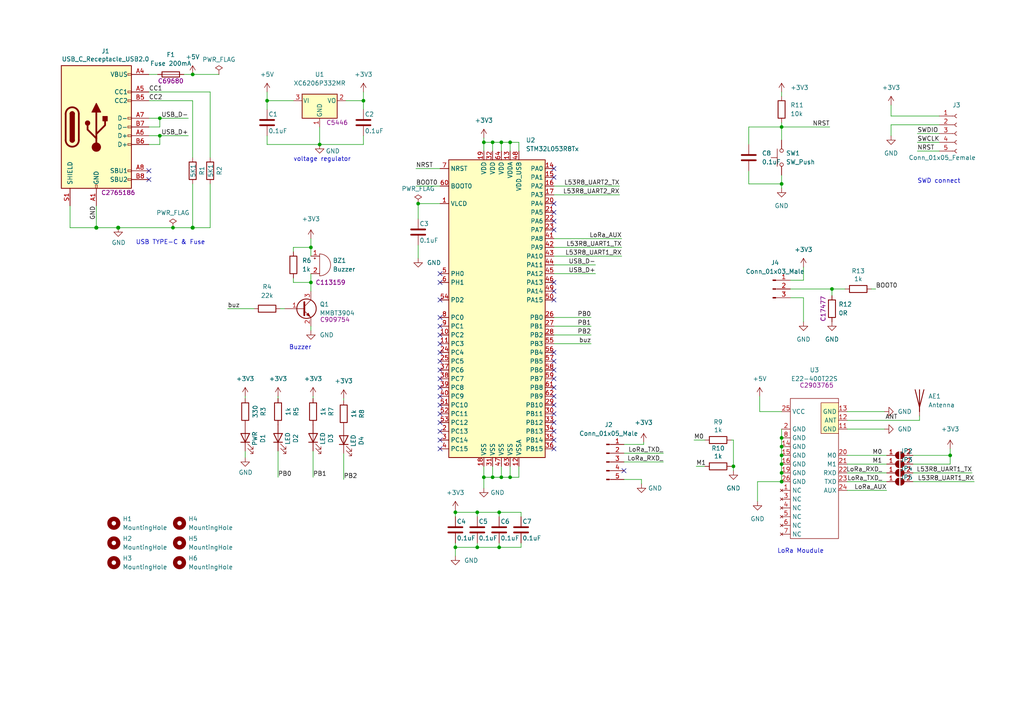
<source format=kicad_sch>
(kicad_sch (version 20211123) (generator eeschema)
  (paper "A4")
  (lib_symbols
    (symbol "Connector:Conn_01x03_Male" (pin_names (offset 1.016) hide)
      (property "Reference" "J" (at 0 5.08 0))
      (property "Value" "Conn_01x03_Male" (at 0 -5.08 0))
      (symbol "Conn_01x03_Male_1_1"
        (pin passive line (at 5.08 2.54 180) (length 3.81) (name "Pin_1") (number "1"))
        (pin passive line (at 5.08 0 180) (length 3.81) (name "Pin_2") (number "2"))
        (pin passive line (at 5.08 -2.54 180) (length 3.81) (name "Pin_3") (number "3"))
      )
    )
    (symbol "Connector:Conn_01x05_Female" (pin_names (offset 1.016) hide)
      (property "Reference" "J" (at 0 7.62 0))
      (property "Value" "Conn_01x05_Female" (at 0 -7.62 0))
      (symbol "Conn_01x05_Female_1_1"
        (pin passive line (at -5.08 5.08 0) (length 3.81) (name "Pin_1") (number "1"))
        (pin passive line (at -5.08 2.54 0) (length 3.81) (name "Pin_2") (number "2"))
        (pin passive line (at -5.08 0 0) (length 3.81) (name "Pin_3") (number "3"))
        (pin passive line (at -5.08 -2.54 0) (length 3.81) (name "Pin_4") (number "4"))
        (pin passive line (at -5.08 -5.08 0) (length 3.81) (name "Pin_5") (number "5"))
      )
    )
    (symbol "Connector:Conn_01x05_Male" (pin_names (offset 1.016) hide)
      (property "Reference" "J" (at 0 7.62 0))
      (property "Value" "Conn_01x05_Male" (at 0 -7.62 0))
      (symbol "Conn_01x05_Male_1_1"
        (pin passive line (at 5.08 5.08 180) (length 3.81) (name "Pin_1") (number "1"))
        (pin passive line (at 5.08 2.54 180) (length 3.81) (name "Pin_2") (number "2"))
        (pin passive line (at 5.08 0 180) (length 3.81) (name "Pin_3") (number "3"))
        (pin passive line (at 5.08 -2.54 180) (length 3.81) (name "Pin_4") (number "4"))
        (pin passive line (at 5.08 -5.08 180) (length 3.81) (name "Pin_5") (number "5"))
      )
    )
    (symbol "Connector:USB_C_Receptacle_USB2.0" (pin_names (offset 1.016))
      (property "Reference" "J" (at -10.16 19.05 0))
      (property "Value" "USB_C_Receptacle_USB2.0" (at 19.05 19.05 0))
      (symbol "USB_C_Receptacle_USB2.0_1_1"
        (pin passive line (at 0 -22.86 90) (length 5.08) (name "GND") (number "A1"))
        (pin passive line (at 0 -22.86 90) (length 5.08) hide (name "GND") (number "A12"))
        (pin passive line (at 15.24 15.24 180) (length 5.08) (name "VBUS") (number "A4"))
        (pin bidirectional line (at 15.24 10.16 180) (length 5.08) (name "CC1") (number "A5"))
        (pin bidirectional line (at 15.24 -2.54 180) (length 5.08) (name "D+") (number "A6"))
        (pin bidirectional line (at 15.24 2.54 180) (length 5.08) (name "D-") (number "A7"))
        (pin bidirectional line (at 15.24 -12.7 180) (length 5.08) (name "SBU1") (number "A8"))
        (pin passive line (at 15.24 15.24 180) (length 5.08) hide (name "VBUS") (number "A9"))
        (pin passive line (at 0 -22.86 90) (length 5.08) hide (name "GND") (number "B1"))
        (pin passive line (at 0 -22.86 90) (length 5.08) hide (name "GND") (number "B12"))
        (pin passive line (at 15.24 15.24 180) (length 5.08) hide (name "VBUS") (number "B4"))
        (pin bidirectional line (at 15.24 7.62 180) (length 5.08) (name "CC2") (number "B5"))
        (pin bidirectional line (at 15.24 -5.08 180) (length 5.08) (name "D+") (number "B6"))
        (pin bidirectional line (at 15.24 0 180) (length 5.08) (name "D-") (number "B7"))
        (pin bidirectional line (at 15.24 -15.24 180) (length 5.08) (name "SBU2") (number "B8"))
        (pin passive line (at 15.24 15.24 180) (length 5.08) hide (name "VBUS") (number "B9"))
        (pin passive line (at -7.62 -22.86 90) (length 5.08) (name "SHIELD") (number "S1"))
      )
    )
    (symbol "Device:Antenna" (pin_numbers hide) (pin_names (offset 1.016) hide)
      (property "Reference" "AE" (at -1.905 1.905 0))
      (property "Value" "Antenna" (at -1.905 0 0))
      (symbol "Antenna_1_1"
        (pin input line (at 0 -5.08 90) (length 2.54) (name "A") (number "1"))
      )
    )
    (symbol "Device:Buzzer" (pin_names (offset 0.0254) hide)
      (property "Reference" "BZ" (at 3.81 1.27 0))
      (property "Value" "Buzzer" (at 3.81 -1.27 0))
      (symbol "Buzzer_1_1"
        (pin passive line (at -2.54 2.54 0) (length 2.54) (name "-") (number "1"))
        (pin passive line (at -2.54 -2.54 0) (length 2.54) (name "+") (number "2"))
      )
    )
    (symbol "Device:C" (pin_numbers hide) (pin_names (offset 0.254))
      (property "Reference" "C" (at 0.635 2.54 0))
      (property "Value" "C" (at 0.635 -2.54 0))
      (symbol "C_1_1"
        (pin passive line (at 0 3.81 270) (length 2.794) (name "~") (number "1"))
        (pin passive line (at 0 -3.81 90) (length 2.794) (name "~") (number "2"))
      )
    )
    (symbol "Device:Fuse" (pin_numbers hide) (pin_names (offset 0))
      (property "Reference" "F" (at 2.032 0 90))
      (property "Value" "Fuse" (at -1.905 0 90))
      (symbol "Fuse_1_1"
        (pin passive line (at 0 3.81 270) (length 1.27) (name "~") (number "1"))
        (pin passive line (at 0 -3.81 90) (length 1.27) (name "~") (number "2"))
      )
    )
    (symbol "Device:LED" (pin_numbers hide) (pin_names (offset 1.016) hide)
      (property "Reference" "D" (at 0 2.54 0))
      (property "Value" "LED" (at 0 -2.54 0))
      (symbol "LED_1_1"
        (pin passive line (at -3.81 0 0) (length 2.54) (name "K") (number "1"))
        (pin passive line (at 3.81 0 180) (length 2.54) (name "A") (number "2"))
      )
    )
    (symbol "Device:R" (pin_numbers hide) (pin_names (offset 0))
      (property "Reference" "R" (at 2.032 0 90))
      (property "Value" "R" (at 0 0 90))
      (symbol "R_1_1"
        (pin passive line (at 0 3.81 270) (length 1.27) (name "~") (number "1"))
        (pin passive line (at 0 -3.81 90) (length 1.27) (name "~") (number "2"))
      )
    )
    (symbol "Jumper:SolderJumper_2_Open" (pin_names (offset 0) hide)
      (property "Reference" "JP" (at 0 2.032 0))
      (property "Value" "SolderJumper_2_Open" (at 0 -2.54 0))
      (symbol "SolderJumper_2_Open_1_1"
        (pin passive line (at -3.81 0 0) (length 2.54) (name "A") (number "1"))
        (pin passive line (at 3.81 0 180) (length 2.54) (name "B") (number "2"))
      )
    )
    (symbol "MCU_ST_STM32L0:STM32L053R8Tx"
      (property "Reference" "U" (at -15.24 44.45 0))
      (property "Value" "STM32L053R8Tx" (at 7.62 44.45 0))
      (symbol "STM32L053R8Tx_1_1"
        (pin power_in line (at -17.78 30.48 0) (length 2.54) (name "VLCD") (number "1"))
        (pin bidirectional line (at -17.78 -7.62 0) (length 2.54) (name "PC2") (number "10"))
        (pin bidirectional line (at -17.78 -10.16 0) (length 2.54) (name "PC3") (number "11"))
        (pin power_in line (at 5.08 -45.72 90) (length 2.54) (name "VSSA") (number "12"))
        (pin power_in line (at 2.54 45.72 270) (length 2.54) (name "VDDA") (number "13"))
        (pin bidirectional line (at 15.24 40.64 180) (length 2.54) (name "PA0") (number "14"))
        (pin bidirectional line (at 15.24 38.1 180) (length 2.54) (name "PA1") (number "15"))
        (pin bidirectional line (at 15.24 35.56 180) (length 2.54) (name "PA2") (number "16"))
        (pin bidirectional line (at 15.24 33.02 180) (length 2.54) (name "PA3") (number "17"))
        (pin power_in line (at -5.08 -45.72 90) (length 2.54) (name "VSS") (number "18"))
        (pin power_in line (at -5.08 45.72 270) (length 2.54) (name "VDD") (number "19"))
        (pin bidirectional line (at -17.78 -35.56 0) (length 2.54) (name "PC13") (number "2"))
        (pin bidirectional line (at 15.24 30.48 180) (length 2.54) (name "PA4") (number "20"))
        (pin bidirectional line (at 15.24 27.94 180) (length 2.54) (name "PA5") (number "21"))
        (pin bidirectional line (at 15.24 25.4 180) (length 2.54) (name "PA6") (number "22"))
        (pin bidirectional line (at 15.24 22.86 180) (length 2.54) (name "PA7") (number "23"))
        (pin bidirectional line (at -17.78 -12.7 0) (length 2.54) (name "PC4") (number "24"))
        (pin bidirectional line (at -17.78 -15.24 0) (length 2.54) (name "PC5") (number "25"))
        (pin bidirectional line (at 15.24 -2.54 180) (length 2.54) (name "PB0") (number "26"))
        (pin bidirectional line (at 15.24 -5.08 180) (length 2.54) (name "PB1") (number "27"))
        (pin bidirectional line (at 15.24 -7.62 180) (length 2.54) (name "PB2") (number "28"))
        (pin bidirectional line (at 15.24 -27.94 180) (length 2.54) (name "PB10") (number "29"))
        (pin bidirectional line (at -17.78 -38.1 0) (length 2.54) (name "PC14") (number "3"))
        (pin bidirectional line (at 15.24 -30.48 180) (length 2.54) (name "PB11") (number "30"))
        (pin power_in line (at -2.54 -45.72 90) (length 2.54) (name "VSS") (number "31"))
        (pin power_in line (at -2.54 45.72 270) (length 2.54) (name "VDD") (number "32"))
        (pin bidirectional line (at 15.24 -33.02 180) (length 2.54) (name "PB12") (number "33"))
        (pin bidirectional line (at 15.24 -35.56 180) (length 2.54) (name "PB13") (number "34"))
        (pin bidirectional line (at 15.24 -38.1 180) (length 2.54) (name "PB14") (number "35"))
        (pin bidirectional line (at 15.24 -40.64 180) (length 2.54) (name "PB15") (number "36"))
        (pin bidirectional line (at -17.78 -17.78 0) (length 2.54) (name "PC6") (number "37"))
        (pin bidirectional line (at -17.78 -20.32 0) (length 2.54) (name "PC7") (number "38"))
        (pin bidirectional line (at -17.78 -22.86 0) (length 2.54) (name "PC8") (number "39"))
        (pin bidirectional line (at -17.78 -40.64 0) (length 2.54) (name "PC15") (number "4"))
        (pin bidirectional line (at -17.78 -25.4 0) (length 2.54) (name "PC9") (number "40"))
        (pin bidirectional line (at 15.24 20.32 180) (length 2.54) (name "PA8") (number "41"))
        (pin bidirectional line (at 15.24 17.78 180) (length 2.54) (name "PA9") (number "42"))
        (pin bidirectional line (at 15.24 15.24 180) (length 2.54) (name "PA10") (number "43"))
        (pin bidirectional line (at 15.24 12.7 180) (length 2.54) (name "PA11") (number "44"))
        (pin bidirectional line (at 15.24 10.16 180) (length 2.54) (name "PA12") (number "45"))
        (pin bidirectional line (at 15.24 7.62 180) (length 2.54) (name "PA13") (number "46"))
        (pin power_in line (at 0 -45.72 90) (length 2.54) (name "VSS") (number "47"))
        (pin power_in line (at 5.08 45.72 270) (length 2.54) (name "VDD_USB") (number "48"))
        (pin bidirectional line (at 15.24 5.08 180) (length 2.54) (name "PA14") (number "49"))
        (pin input line (at -17.78 10.16 0) (length 2.54) (name "PH0") (number "5"))
        (pin bidirectional line (at 15.24 2.54 180) (length 2.54) (name "PA15") (number "50"))
        (pin bidirectional line (at -17.78 -27.94 0) (length 2.54) (name "PC10") (number "51"))
        (pin bidirectional line (at -17.78 -30.48 0) (length 2.54) (name "PC11") (number "52"))
        (pin bidirectional line (at -17.78 -33.02 0) (length 2.54) (name "PC12") (number "53"))
        (pin bidirectional line (at -17.78 2.54 0) (length 2.54) (name "PD2") (number "54"))
        (pin bidirectional line (at 15.24 -10.16 180) (length 2.54) (name "PB3") (number "55"))
        (pin bidirectional line (at 15.24 -12.7 180) (length 2.54) (name "PB4") (number "56"))
        (pin bidirectional line (at 15.24 -15.24 180) (length 2.54) (name "PB5") (number "57"))
        (pin bidirectional line (at 15.24 -17.78 180) (length 2.54) (name "PB6") (number "58"))
        (pin bidirectional line (at 15.24 -20.32 180) (length 2.54) (name "PB7") (number "59"))
        (pin input line (at -17.78 7.62 0) (length 2.54) (name "PH1") (number "6"))
        (pin input line (at -17.78 35.56 0) (length 2.54) (name "BOOT0") (number "60"))
        (pin bidirectional line (at 15.24 -22.86 180) (length 2.54) (name "PB8") (number "61"))
        (pin bidirectional line (at 15.24 -25.4 180) (length 2.54) (name "PB9") (number "62"))
        (pin power_in line (at 2.54 -45.72 90) (length 2.54) (name "VSS") (number "63"))
        (pin power_in line (at 0 45.72 270) (length 2.54) (name "VDD") (number "64"))
        (pin input line (at -17.78 40.64 0) (length 2.54) (name "NRST") (number "7"))
        (pin bidirectional line (at -17.78 -2.54 0) (length 2.54) (name "PC0") (number "8"))
        (pin bidirectional line (at -17.78 -5.08 0) (length 2.54) (name "PC1") (number "9"))
      )
    )
    (symbol "Mechanical:MountingHole" (pin_names (offset 1.016))
      (property "Reference" "H" (at 0 5.08 0))
      (property "Value" "MountingHole" (at 0 3.175 0))
    )
    (symbol "RF_Module:E220-400TxxS"
      (property "Reference" "U" (at -6.35 -30.48 0))
      (property "Value" "E220-400TxxS" (at 0 13.97 0))
      (property "Footprint" "RF_Module:E220-400TxxS" (at 1.27 20.32 0))
      (symbol "E220-400TxxS_0_0"
        (pin no_connect line (at -10.16 -13.97 0) (length 2.54) (name "NC") (number "1"))
        (pin power_in line (at 8.89 3.81 180) (length 2.54) (name "GND") (number "11"))
        (pin output line (at 8.89 6.35 180) (length 2.54) (name "ANT") (number "12"))
        (pin power_in line (at 8.89 8.89 180) (length 2.54) (name "GND") (number "13"))
        (pin power_in line (at -10.16 -1.27 0) (length 2.54) (name "GND") (number "14"))
        (pin power_in line (at -10.16 -3.81 0) (length 2.54) (name "GND") (number "15"))
        (pin power_in line (at -10.16 -6.35 0) (length 2.54) (name "GND") (number "16"))
        (pin power_in line (at -10.16 -8.89 0) (length 2.54) (name "GND") (number "19"))
        (pin power_in line (at -10.16 3.81 0) (length 2.54) (name "GND") (number "2"))
        (pin input line (at 8.89 -3.81 180) (length 2.54) (name "M0") (number "20"))
        (pin input line (at 8.89 -6.35 180) (length 2.54) (name "M1") (number "21"))
        (pin input line (at 8.89 -8.89 180) (length 2.54) (name "RXD") (number "22"))
        (pin output line (at 8.89 -11.43 180) (length 2.54) (name "TXD") (number "23"))
        (pin output line (at 8.89 -13.97 180) (length 2.54) (name "AUX") (number "24"))
        (pin power_in line (at -10.16 8.89 0) (length 2.54) (name "VCC") (number "25"))
        (pin power_in line (at -10.16 -11.43 0) (length 2.54) (name "GND") (number "26"))
        (pin no_connect line (at -10.16 -16.51 0) (length 2.54) (name "NC") (number "3"))
        (pin no_connect line (at -10.16 -19.05 0) (length 2.54) (name "NC") (number "4"))
        (pin no_connect line (at -10.16 -21.59 0) (length 2.54) (name "NC") (number "5"))
        (pin no_connect line (at -10.16 -24.13 0) (length 2.54) (name "NC") (number "6"))
        (pin no_connect line (at -10.16 -26.67 0) (length 2.54) (name "NC") (number "7"))
        (pin power_in line (at -10.16 1.27 0) (length 2.54) (name "GND") (number "8"))
      )
    )
    (symbol "Regulator_Linear:XC6206PxxxMR" (pin_names (offset 0.254))
      (property "Reference" "U" (at -3.81 3.175 0))
      (property "Value" "XC6206PxxxMR" (at 0 3.175 0))
      (symbol "XC6206PxxxMR_1_1"
        (pin power_in line (at 0 -7.62 90) (length 2.54) (name "GND") (number "1"))
        (pin power_out line (at 7.62 0 180) (length 2.54) (name "VO") (number "2"))
        (pin power_in line (at -7.62 0 0) (length 2.54) (name "VI") (number "3"))
      )
    )
    (symbol "Switch:SW_Push" (pin_numbers hide) (pin_names (offset 1.016) hide)
      (property "Reference" "SW" (at 1.27 2.54 0))
      (property "Value" "SW_Push" (at 0 -1.524 0))
      (symbol "SW_Push_0_1"
        (pin passive line (at -5.08 0 0) (length 2.54) (name "1") (number "1"))
        (pin passive line (at 5.08 0 180) (length 2.54) (name "2") (number "2"))
      )
    )
    (symbol "Transistor_BJT:MMBT3904" (pin_names (offset 0) hide)
      (property "Reference" "Q" (at 5.08 1.905 0))
      (property "Value" "MMBT3904" (at 5.08 0 0))
      (symbol "MMBT3904_1_1"
        (pin input line (at -5.08 0 0) (length 5.715) (name "B") (number "1"))
        (pin passive line (at 2.54 -5.08 90) (length 2.54) (name "E") (number "2"))
        (pin passive line (at 2.54 5.08 270) (length 2.54) (name "C") (number "3"))
      )
    )
    (symbol "power:+3.3V" (power) (pin_names (offset 0))
      (property "Value" "+3.3V" (at 0 3.556 0))
      (symbol "+3.3V_1_1"
        (pin power_in line (at 0 0 90) (length 0) hide (name "+3V3") (number "1"))
      )
    )
    (symbol "power:+3V3" (power) (pin_names (offset 0))
      (property "Value" "+3V3" (at 0 3.556 0))
      (symbol "+3V3_1_1"
        (pin power_in line (at 0 0 90) (length 0) hide (name "+3V3") (number "1"))
      )
    )
    (symbol "power:+5V" (power) (pin_names (offset 0))
      (property "Value" "+5V" (at 0 3.556 0))
      (symbol "+5V_1_1"
        (pin power_in line (at 0 0 90) (length 0) hide (name "+5V") (number "1"))
      )
    )
    (symbol "power:GND" (power) (pin_names (offset 0))
      (property "Value" "GND" (at 0 -3.81 0))
      (symbol "GND_1_1"
        (pin power_in line (at 0 0 270) (length 0) hide (name "GND") (number "1"))
      )
    )
    (symbol "power:PWR_FLAG" (power) (pin_numbers hide) (pin_names (offset 0) hide)
      (property "Value" "PWR_FLAG" (at 0 3.81 0))
      (symbol "PWR_FLAG_0_0"
        (pin power_out line (at 0 0 90) (length 0) (name "pwr") (number "1"))
      )
    )
  )
  (junction (at 226.695 129.54))
  (junction (at 27.94 66.04) (diameter 1.016))
  (junction (at 138.43 158.75))
  (junction (at 147.955 41.275))
  (junction (at 142.875 41.275))
  (junction (at 226.695 139.7))
  (junction (at 144.78 158.75))
  (junction (at 121.285 59.055))
  (junction (at 46.355 34.29))
  (junction (at 55.88 66.04) (diameter 1.016))
  (junction (at 226.695 36.83))
  (junction (at 226.695 127))
  (junction (at 92.71 41.91))
  (junction (at 144.78 148.59))
  (junction (at 90.17 81.915))
  (junction (at 132.08 148.59))
  (junction (at 132.08 158.75))
  (junction (at 77.47 29.21))
  (junction (at 50.165 66.04))
  (junction (at 138.43 148.59))
  (junction (at 145.415 41.275))
  (junction (at 55.88 21.59))
  (junction (at 46.355 39.37))
  (junction (at 212.725 135.255))
  (junction (at 145.415 138.43))
  (junction (at 140.335 41.275))
  (junction (at 275.59 132.08))
  (junction (at 34.29 66.04) (diameter 1.016))
  (junction (at 226.695 137.16))
  (junction (at 226.695 132.08))
  (junction (at 105.41 29.21))
  (junction (at 226.695 53.34))
  (junction (at 147.955 138.43))
  (junction (at 226.695 134.62))
  (junction (at 142.875 138.43))
  (junction (at 90.17 71.755))
  (junction (at 140.335 138.43))
  (junction (at 241.3 83.82))
  (no_connect (at 43.18 49.53))
  (no_connect (at 127.635 120.015))
  (no_connect (at 127.635 122.555))
  (no_connect (at 127.635 125.095))
  (no_connect (at 127.635 127.635))
  (no_connect (at 127.635 130.175))
  (no_connect (at 127.635 79.375))
  (no_connect (at 127.635 81.915))
  (no_connect (at 127.635 86.995))
  (no_connect (at 127.635 92.075))
  (no_connect (at 127.635 94.615))
  (no_connect (at 127.635 97.155))
  (no_connect (at 127.635 99.695))
  (no_connect (at 127.635 102.235))
  (no_connect (at 127.635 104.775))
  (no_connect (at 127.635 107.315))
  (no_connect (at 127.635 117.475))
  (no_connect (at 127.635 112.395))
  (no_connect (at 127.635 114.935))
  (no_connect (at 127.635 109.855))
  (no_connect (at 160.655 130.175))
  (no_connect (at 160.655 127.635))
  (no_connect (at 160.655 125.095))
  (no_connect (at 160.655 122.555))
  (no_connect (at 160.655 120.015))
  (no_connect (at 160.655 117.475))
  (no_connect (at 160.655 114.935))
  (no_connect (at 160.655 112.395))
  (no_connect (at 160.655 109.855))
  (no_connect (at 160.655 107.315))
  (no_connect (at 160.655 104.775))
  (no_connect (at 160.655 86.995))
  (no_connect (at 160.655 81.915))
  (no_connect (at 160.655 84.455))
  (no_connect (at 160.655 51.435))
  (no_connect (at 160.655 48.895))
  (no_connect (at 160.655 102.235))
  (no_connect (at 160.655 66.675))
  (no_connect (at 160.655 64.135))
  (no_connect (at 160.655 61.595))
  (no_connect (at 160.655 59.055))
  (no_connect (at 43.18 52.07))
  (no_connect (at 180.975 136.525))
  (wire (pts (xy 100.33 29.21) (xy 105.41 29.21)))
  (wire (pts (xy 245.745 137.16) (xy 257.175 137.16)))
  (wire (pts (xy 43.18 26.67) (xy 60.96 26.67)))
  (wire (pts (xy 264.795 134.62) (xy 275.59 134.62)))
  (wire (pts (xy 90.17 79.375) (xy 90.17 81.915)))
  (wire (pts (xy 233.045 86.36) (xy 233.045 93.345)))
  (wire (pts (xy 43.18 21.59) (xy 45.72 21.59)))
  (wire (pts (xy 275.59 134.62) (xy 275.59 132.08)))
  (wire (pts (xy 138.43 158.75) (xy 144.78 158.75)))
  (wire (pts (xy 142.875 41.275) (xy 145.415 41.275)))
  (wire (pts (xy 92.71 41.91) (xy 105.41 41.91)))
  (wire (pts (xy 46.355 39.37) (xy 54.61 39.37)))
  (wire (pts (xy 105.41 26.67) (xy 105.41 29.21)))
  (wire (pts (xy 142.875 138.43) (xy 145.415 138.43)))
  (wire (pts (xy 85.09 71.755) (xy 90.17 71.755)))
  (wire (pts (xy 160.655 79.375) (xy 172.72 79.375)))
  (wire (pts (xy 226.695 50.8) (xy 226.695 53.34)))
  (wire (pts (xy 77.47 29.21) (xy 77.47 31.75)))
  (wire (pts (xy 43.18 34.29) (xy 46.355 34.29)))
  (wire (pts (xy 219.71 139.7) (xy 226.695 139.7)))
  (wire (pts (xy 90.17 94.615) (xy 90.17 95.885)))
  (wire (pts (xy 186.69 128.27) (xy 186.69 128.905)))
  (wire (pts (xy 264.795 132.08) (xy 275.59 132.08)))
  (wire (pts (xy 145.415 135.255) (xy 145.415 138.43)))
  (wire (pts (xy 105.41 41.91) (xy 105.41 39.37)))
  (wire (pts (xy 142.875 41.275) (xy 142.875 43.815)))
  (wire (pts (xy 220.345 114.935) (xy 220.345 119.38)))
  (wire (pts (xy 53.34 21.59) (xy 55.88 21.59)))
  (wire (pts (xy 160.655 69.215) (xy 180.34 69.215)))
  (wire (pts (xy 138.43 157.48) (xy 138.43 158.75)))
  (wire (pts (xy 144.78 158.75) (xy 151.13 158.75)))
  (wire (pts (xy 55.88 21.59) (xy 63.5 21.59)))
  (wire (pts (xy 220.345 119.38) (xy 226.695 119.38)))
  (wire (pts (xy 132.08 147.955) (xy 132.08 148.59)))
  (wire (pts (xy 180.975 131.445) (xy 192.405 131.445)))
  (wire (pts (xy 132.08 157.48) (xy 132.08 158.75)))
  (wire (pts (xy 60.96 26.67) (xy 60.96 45.72)))
  (wire (pts (xy 266.7 120.65) (xy 266.7 121.92)))
  (wire (pts (xy 144.78 148.59) (xy 151.13 148.59)))
  (wire (pts (xy 145.415 41.275) (xy 147.955 41.275)))
  (wire (pts (xy 140.335 138.43) (xy 142.875 138.43)))
  (wire (pts (xy 46.355 41.91) (xy 43.18 41.91)))
  (wire (pts (xy 77.47 26.67) (xy 77.47 29.21)))
  (wire (pts (xy 43.18 39.37) (xy 46.355 39.37)))
  (wire (pts (xy 150.495 135.255) (xy 150.495 138.43)))
  (wire (pts (xy 46.355 39.37) (xy 46.355 41.91)))
  (wire (pts (xy 46.355 34.29) (xy 54.61 34.29)))
  (wire (pts (xy 245.745 134.62) (xy 257.175 134.62)))
  (wire (pts (xy 212.725 135.255) (xy 212.09 135.255)))
  (wire (pts (xy 212.725 127.635) (xy 212.09 127.635)))
  (wire (pts (xy 160.655 74.295) (xy 180.34 74.295)))
  (wire (pts (xy 229.235 83.82) (xy 241.3 83.82)))
  (wire (pts (xy 266.065 43.815) (xy 272.415 43.815)))
  (wire (pts (xy 245.745 132.08) (xy 257.175 132.08)))
  (wire (pts (xy 90.805 130.81) (xy 90.805 138.43)))
  (wire (pts (xy 226.695 127) (xy 226.695 129.54)))
  (wire (pts (xy 142.875 135.255) (xy 142.875 138.43)))
  (wire (pts (xy 226.695 132.08) (xy 226.695 134.62)))
  (wire (pts (xy 46.355 34.29) (xy 46.355 36.83)))
  (wire (pts (xy 120.65 48.895) (xy 127.635 48.895)))
  (wire (pts (xy 245.745 124.46) (xy 256.54 124.46)))
  (wire (pts (xy 127.635 59.055) (xy 121.285 59.055)))
  (wire (pts (xy 90.17 81.915) (xy 90.17 84.455)))
  (wire (pts (xy 140.335 40.005) (xy 140.335 41.275)))
  (wire (pts (xy 99.695 115.57) (xy 99.695 116.205)))
  (wire (pts (xy 275.59 130.175) (xy 275.59 132.08)))
  (wire (pts (xy 46.355 36.83) (xy 43.18 36.83)))
  (wire (pts (xy 160.655 94.615) (xy 171.45 94.615)))
  (wire (pts (xy 258.445 36.195) (xy 258.445 39.37)))
  (wire (pts (xy 226.695 124.46) (xy 226.695 127)))
  (wire (pts (xy 81.28 89.535) (xy 82.55 89.535)))
  (wire (pts (xy 226.695 36.83) (xy 240.665 36.83)))
  (wire (pts (xy 132.08 158.75) (xy 138.43 158.75)))
  (wire (pts (xy 245.745 121.92) (xy 266.7 121.92)))
  (wire (pts (xy 226.695 53.34) (xy 226.695 54.61)))
  (wire (pts (xy 71.12 114.935) (xy 71.12 115.57)))
  (wire (pts (xy 258.445 33.655) (xy 272.415 33.655)))
  (wire (pts (xy 140.335 138.43) (xy 140.335 141.605)))
  (wire (pts (xy 90.17 74.295) (xy 90.17 71.755)))
  (wire (pts (xy 145.415 138.43) (xy 147.955 138.43)))
  (wire (pts (xy 204.47 135.255) (xy 201.93 135.255)))
  (wire (pts (xy 226.695 129.54) (xy 226.695 132.08)))
  (wire (pts (xy 85.09 81.915) (xy 90.17 81.915)))
  (wire (pts (xy 180.975 128.905) (xy 186.69 128.905)))
  (wire (pts (xy 66.04 89.535) (xy 73.66 89.535)))
  (wire (pts (xy 121.285 59.055) (xy 121.285 63.5)))
  (wire (pts (xy 160.655 99.695) (xy 171.45 99.695)))
  (wire (pts (xy 241.3 83.82) (xy 241.3 85.725)))
  (wire (pts (xy 217.17 41.91) (xy 217.17 36.83)))
  (wire (pts (xy 140.335 41.275) (xy 140.335 43.815)))
  (wire (pts (xy 245.745 142.24) (xy 257.175 142.24)))
  (wire (pts (xy 147.955 41.275) (xy 150.495 41.275)))
  (wire (pts (xy 140.335 41.275) (xy 142.875 41.275)))
  (wire (pts (xy 90.17 69.215) (xy 90.17 71.755)))
  (wire (pts (xy 150.495 41.275) (xy 150.495 43.815)))
  (wire (pts (xy 20.32 59.69) (xy 20.32 66.04)))
  (wire (pts (xy 245.745 139.7) (xy 257.175 139.7)))
  (wire (pts (xy 229.235 81.28) (xy 233.045 81.28)))
  (wire (pts (xy 212.725 135.255) (xy 212.725 136.525)))
  (wire (pts (xy 85.09 29.21) (xy 77.47 29.21)))
  (wire (pts (xy 85.09 80.645) (xy 85.09 81.915)))
  (wire (pts (xy 226.695 137.16) (xy 226.695 139.7)))
  (wire (pts (xy 160.655 71.755) (xy 180.34 71.755)))
  (wire (pts (xy 27.94 66.04) (xy 20.32 66.04)))
  (wire (pts (xy 145.415 41.275) (xy 145.415 43.815)))
  (wire (pts (xy 217.17 49.53) (xy 217.17 53.34)))
  (wire (pts (xy 80.645 114.935) (xy 80.645 115.57)))
  (wire (pts (xy 55.88 66.04) (xy 60.96 66.04)))
  (wire (pts (xy 34.29 66.04) (xy 50.165 66.04)))
  (wire (pts (xy 186.055 139.065) (xy 186.055 140.335)))
  (wire (pts (xy 34.29 66.04) (xy 27.94 66.04)))
  (wire (pts (xy 233.045 81.28) (xy 233.045 77.47)))
  (wire (pts (xy 226.695 26.67) (xy 226.695 27.94)))
  (wire (pts (xy 138.43 148.59) (xy 138.43 149.86)))
  (wire (pts (xy 180.975 133.985) (xy 192.405 133.985)))
  (wire (pts (xy 160.655 97.155) (xy 171.45 97.155)))
  (wire (pts (xy 147.955 138.43) (xy 150.495 138.43)))
  (wire (pts (xy 219.71 139.7) (xy 219.71 145.415)))
  (wire (pts (xy 217.17 36.83) (xy 226.695 36.83)))
  (wire (pts (xy 229.235 86.36) (xy 233.045 86.36)))
  (wire (pts (xy 27.94 59.69) (xy 27.94 66.04)))
  (wire (pts (xy 77.47 39.37) (xy 77.47 41.91)))
  (wire (pts (xy 60.96 53.34) (xy 60.96 66.04)))
  (wire (pts (xy 132.08 148.59) (xy 132.08 149.86)))
  (wire (pts (xy 258.445 36.195) (xy 272.415 36.195)))
  (wire (pts (xy 90.805 114.935) (xy 90.805 115.57)))
  (wire (pts (xy 132.08 158.75) (xy 132.08 161.29)))
  (wire (pts (xy 151.13 148.59) (xy 151.13 149.86)))
  (wire (pts (xy 147.955 135.255) (xy 147.955 138.43)))
  (wire (pts (xy 151.13 157.48) (xy 151.13 158.75)))
  (wire (pts (xy 266.065 38.735) (xy 272.415 38.735)))
  (wire (pts (xy 252.73 83.82) (xy 254 83.82)))
  (wire (pts (xy 55.88 29.21) (xy 55.88 45.72)))
  (wire (pts (xy 160.655 92.075) (xy 171.45 92.075)))
  (wire (pts (xy 144.78 157.48) (xy 144.78 158.75)))
  (wire (pts (xy 180.975 139.065) (xy 186.055 139.065)))
  (wire (pts (xy 212.725 127.635) (xy 212.725 135.255)))
  (wire (pts (xy 264.795 139.7) (xy 282.575 139.7)))
  (wire (pts (xy 140.335 135.255) (xy 140.335 138.43)))
  (wire (pts (xy 99.695 131.445) (xy 99.695 139.065)))
  (wire (pts (xy 258.445 33.655) (xy 258.445 30.48)))
  (wire (pts (xy 226.695 36.83) (xy 226.695 40.64)))
  (wire (pts (xy 264.795 137.16) (xy 281.94 137.16)))
  (wire (pts (xy 160.655 56.515) (xy 179.705 56.515)))
  (wire (pts (xy 201.295 127.635) (xy 204.47 127.635)))
  (wire (pts (xy 266.065 41.275) (xy 272.415 41.275)))
  (wire (pts (xy 43.18 29.21) (xy 55.88 29.21)))
  (wire (pts (xy 144.78 148.59) (xy 144.78 149.86)))
  (wire (pts (xy 245.745 119.38) (xy 256.54 119.38)))
  (wire (pts (xy 160.655 76.835) (xy 172.72 76.835)))
  (wire (pts (xy 226.695 134.62) (xy 226.695 137.16)))
  (wire (pts (xy 85.09 71.755) (xy 85.09 73.025)))
  (wire (pts (xy 92.71 36.83) (xy 92.71 41.91)))
  (wire (pts (xy 105.41 29.21) (xy 105.41 31.75)))
  (wire (pts (xy 77.47 41.91) (xy 92.71 41.91)))
  (wire (pts (xy 121.285 71.12) (xy 121.285 74.93)))
  (wire (pts (xy 80.645 130.81) (xy 80.645 138.43)))
  (wire (pts (xy 50.165 66.04) (xy 55.88 66.04)))
  (wire (pts (xy 226.695 35.56) (xy 226.695 36.83)))
  (wire (pts (xy 217.17 53.34) (xy 226.695 53.34)))
  (wire (pts (xy 55.88 53.34) (xy 55.88 66.04)))
  (wire (pts (xy 147.955 41.275) (xy 147.955 43.815)))
  (wire (pts (xy 138.43 148.59) (xy 144.78 148.59)))
  (wire (pts (xy 71.12 130.81) (xy 71.12 132.715)))
  (wire (pts (xy 132.08 148.59) (xy 138.43 148.59)))
  (wire (pts (xy 160.655 53.975) (xy 179.705 53.975)))
  (wire (pts (xy 241.3 83.82) (xy 245.11 83.82)))
  (wire (pts (xy 127.635 53.975) (xy 120.65 53.975)))
  (text "LoRa Moudule" (at 225.425 160.655 0) (effects (font (size 1.27 1.27)) (justify left bottom)))
  (text "USB TYPE-C & Fuse" (at 39.37 71.12 0) (effects (font (size 1.27 1.27)) (justify left bottom)))
  (text "voltage regulator " (at 85.09 46.99 0) (effects (font (size 1.27 1.27)) (justify left bottom)))
  (text "Buzzer" (at 83.82 101.6 0) (effects (font (size 1.27 1.27)) (justify left bottom)))
  (text "SWD connect" (at 266.065 53.34 0) (effects (font (size 1.27 1.27)) (justify left bottom)))
  (label "LoRa_AUX" (at 257.175 142.24 180))
  (label "NRST" (at 120.65 48.895 0))
  (label "LoRa_AUX" (at 180.34 69.215 180))
  (label "CC2" (at 43.18 29.21 0))
  (label "LoRa_TXD_" (at 255.905 139.7 180))
  (label "NRST" (at 240.665 36.83 180))
  (label "L53R8_UART1_TX" (at 281.94 137.16 180))
  (label "PB1" (at 90.805 138.43 0))
  (label "CC1" (at 43.18 26.67 0))
  (label "M0" (at 201.295 127.635 0))
  (label "buz" (at 66.04 89.535 0))
  (label "M1" (at 201.93 135.255 0))
  (label "LoRa_TXD_" (at 192.405 131.445 180))
  (label "USB_D-" (at 54.61 34.29 180))
  (label "L53R8_UART1_RX" (at 180.34 74.295 180))
  (label "LoRa_RXD_" (at 255.905 137.16 180))
  (label "PB0" (at 80.645 138.43 0))
  (label "L53R8_UART2_TX" (at 179.705 53.975 180))
  (label "ANT" (at 260.35 121.92 180))
  (label "PB2" (at 99.695 139.065 0))
  (label "USB_D+" (at 172.72 79.375 180))
  (label "L53R8_UART1_TX" (at 180.34 71.755 180))
  (label "USB_D+" (at 54.61 39.37 180))
  (label "L53R8_UART1_RX" (at 282.575 139.7 180))
  (label "BOOT0" (at 120.65 53.975 0))
  (label "BOOT0" (at 254 83.82 0))
  (label "PB2" (at 171.45 97.155 180))
  (label "GND" (at 27.94 59.69 270))
  (label "PB0" (at 171.45 92.075 180))
  (label "L53R8_UART2_RX" (at 179.705 56.515 180))
  (label "LoRa_RXD_" (at 192.405 133.985 180))
  (label "M0" (at 255.905 132.08 180))
  (label "buz" (at 171.45 99.695 180))
  (label "M1" (at 255.905 134.62 180))
  (label "USB_D-" (at 172.72 76.835 180))
  (label "SWCLK" (at 266.065 41.275 0))
  (label "SWDIO" (at 266.065 38.735 0))
  (label "NRST" (at 266.065 43.815 0))
  (label "PB1" (at 171.45 94.615 180))
  (symbol (lib_id "Device:R") (at 85.09 76.835 180) (unit 1)
    (property "Reference" "R6" (at 87.63 75.5649 0) (effects (justify right)))
    (property "Value" "1k" (at 87.63 78.1049 0) (effects (justify right)))
    (property "Footprint" "Resistor_SMD:R_0805_2012Metric" (effects hide))
  )
  (symbol (lib_id "Device:R") (at 241.3 89.535 0) (unit 1)
    (property "Reference" "R12" (at 243.205 88.2649 0) (effects (justify left)))
    (property "Value" "0R" (at 243.205 90.8049 0) (effects (justify left)))
    (property "Footprint" "Resistor_SMD:R_0805_2012Metric" (effects hide))
    (property "LCSC" "C17477" (at 238.76 89.535 90))
  )
  (symbol (lib_id "power:GND") (at 212.725 136.525 0) (unit 1)
    (property "Reference" "#PWR021" (effects hide))
    (property "Value" "GND" (at 212.725 141.605 0))
  )
  (symbol (lib_id "power:PWR_FLAG") (at 50.165 66.04 0) (unit 1)
    (property "Reference" "#FLG0101" (effects hide))
    (property "Value" "PWR_FLAG" (at 50.165 61.7156 0))
  )
  (symbol (lib_id "power:GND") (at 121.285 74.93 0) (unit 1)
    (property "Reference" "#PWR013" (effects hide))
    (property "Value" "GND" (at 123.825 76.1999 0) (effects (justify left)))
  )
  (symbol (lib_id "Device:R") (at 90.805 119.38 180) (unit 1)
    (property "Reference" "R7" (at 96.0312 119.38 90))
    (property "Value" "1k" (at 93.732 119.38 90))
    (property "Footprint" "Resistor_SMD:R_0805_2012Metric" (effects hide))
  )
  (symbol (lib_id "Device:LED") (at 90.805 127 90) (unit 1)
    (property "Reference" "D3" (at 95.9042 127.1905 0))
    (property "Value" "LED" (at 93.606 127.19 0))
    (property "Footprint" "LED_SMD:LED_0805_2012Metric" (effects hide))
  )
  (symbol (lib_id "RF_Module:E220-400TxxS") (at 236.855 128.27 0) (unit 1) (in_bom no)
    (property "Reference" "U3" (at 236.22 107.315 0))
    (property "Value" "E22-400T22S" (at 236.22 109.855 0))
    (property "Footprint" "RF_Module:E220-400TxxS" (effects hide))
    (property "Datasheet" "https://www.ebyte.com/downpdf.aspx?id=1084" (effects hide))
    (property "LCSC" "C2903765" (at 236.855 111.76 0))
  )
  (symbol (lib_id "power:GND") (at 71.12 132.715 0) (unit 1)
    (property "Reference" "#PWR04" (effects hide))
    (property "Value" "GND" (at 71.2343 137.0394 0))
  )
  (symbol (lib_id "Device:LED") (at 99.695 127.635 90) (unit 1)
    (property "Reference" "D4" (at 104.7942 127.8255 0))
    (property "Value" "LED" (at 102.496 127.825 0))
    (property "Footprint" "LED_SMD:LED_0805_2012Metric" (effects hide))
  )
  (symbol (lib_id "Device:C") (at 217.17 45.72 0) (unit 1)
    (property "Reference" "C8" (at 220.98 44.4499 0) (effects (justify left)))
    (property "Value" "0.1uF" (at 220.98 46.9899 0) (effects (justify left)))
    (property "Footprint" "Capacitor_SMD:C_0805_2012Metric" (effects hide))
  )
  (symbol (lib_id "power:GND") (at 90.17 95.885 0) (unit 1)
    (property "Reference" "#PWR08" (effects hide))
    (property "Value" "GND" (at 92.71 97.1549 0) (effects (justify left)))
  )
  (symbol (lib_id "Connector:USB_C_Receptacle_USB2.0") (at 27.94 36.83 0) (unit 1)
    (property "Reference" "J1" (at 30.607 14.8398 0))
    (property "Value" "USB_C_Receptacle_USB2.0" (at 30.607 17.1385 0))
    (property "Footprint" "Connector_USB:USB_C_Receptacle_HRO_TYPE-C-31-M-12" (effects hide))
    (property "Datasheet" "https://www.usb.org/sites/default/files/documents/usb_type-c.zip" (effects hide))
    (property "LCSC" "C2765186" (at 34.29 55.88 0))
  )
  (symbol (lib_id "Device:C") (at 132.08 153.67 0) (unit 1)
    (property "Reference" "C4" (at 132.461 151.251 0) (effects (justify left)))
    (property "Value" "0.1uF" (at 132.461 156.089 0) (effects (justify left)))
    (property "Footprint" "Capacitor_SMD:C_0805_2012Metric" (effects hide))
    (property "LCSC" "C49678" (effects hide))
  )
  (symbol (lib_id "Jumper:SolderJumper_2_Open") (at 260.985 137.16 0) (unit 1) (in_bom no)
    (property "Reference" "JP4" (at 262.89 135.89 0))
    (property "Value" "SolderJumper_2_Open" (effects hide))
    (property "Footprint" "Jumper:SolderJumper-2_P1.3mm_Open_RoundedPad1.0x1.5mm" (effects hide))
  )
  (symbol (lib_id "Regulator_Linear:XC6206PxxxMR") (at 92.71 29.21 0) (unit 1)
    (property "Reference" "U1" (at 92.71 21.59 0))
    (property "Value" "XC6206P332MR" (at 92.71 24.13 0))
    (property "Footprint" "Package_TO_SOT_SMD:SOT-23" (effects hide))
    (property "Datasheet" "https://www.torexsemi.com/file/xc6206/XC6206.pdf" (effects hide))
    (property "LCSC" "C5446" (at 97.79 35.56 0))
  )
  (symbol (lib_id "Device:R") (at 77.47 89.535 270) (unit 1)
    (property "Reference" "R4" (at 77.47 83.185 90))
    (property "Value" "22k" (at 77.47 85.725 90))
    (property "Footprint" "Resistor_SMD:R_0805_2012Metric" (effects hide))
  )
  (symbol (lib_id "power:+3V3") (at 275.59 130.175 0) (unit 1)
    (property "Reference" "#PWR031" (effects hide))
    (property "Value" "+3V3" (at 275.59 124.46 0))
  )
  (symbol (lib_id "Device:Antenna") (at 266.7 115.57 0) (unit 1) (in_bom no)
    (property "Reference" "AE1" (at 269.24 114.9349 0) (effects (justify left)))
    (property "Value" "Antenna" (at 269.24 117.4749 0) (effects (justify left)))
    (property "Footprint" "RF_Antenna:433MHz_V" (effects hide))
  )
  (symbol (lib_id "power:GND") (at 258.445 39.37 0) (unit 1)
    (property "Reference" "#PWR030" (effects hide))
    (property "Value" "GND" (at 258.445 44.45 0))
  )
  (symbol (lib_id "Connector:Conn_01x05_Male") (at 175.895 133.985 0) (unit 1) (in_bom no)
    (property "Reference" "J2" (at 176.53 123.19 0))
    (property "Value" "Conn_01x05_Male" (at 176.53 125.73 0))
    (property "Footprint" "Connector_PinHeader_2.54mm:PinHeader_1x05_P2.54mm_Vertical" (effects hide))
  )
  (symbol (lib_id "power:+3V3") (at 186.69 128.27 0) (unit 1)
    (property "Reference" "#PWR019" (effects hide))
    (property "Value" "+3V3" (at 186.69 122.555 0))
  )
  (symbol (lib_id "Mechanical:MountingHole") (at 33.02 151.765 0) (unit 1) (in_bom no) (on_board no)
    (property "Reference" "H1" (at 35.56 150.4949 0) (effects (justify left)))
    (property "Value" "MountingHole" (at 35.56 153.0349 0) (effects (justify left)))
    (property "Footprint" "MountingHole:MountingHole_2.5mm" (effects hide))
  )
  (symbol (lib_id "power:GND") (at 186.055 140.335 0) (unit 1)
    (property "Reference" "#PWR018" (effects hide))
    (property "Value" "GND" (at 187.96 141.6049 0) (effects (justify left)))
  )
  (symbol (lib_id "power:+3V3") (at 90.805 114.935 0) (unit 1)
    (property "Reference" "#PWR09" (effects hide))
    (property "Value" "+3V3" (at 90.805 109.855 0))
  )
  (symbol (lib_id "power:GND") (at 34.29 66.04 0) (unit 1)
    (property "Reference" "#PWR01" (effects hide))
    (property "Value" "GND" (at 34.4043 70.3644 0))
  )
  (symbol (lib_id "power:GND") (at 233.045 93.345 0) (unit 1)
    (property "Reference" "#PWR026" (effects hide))
    (property "Value" "GND" (at 233.045 98.425 0))
  )
  (symbol (lib_id "power:+3V3") (at 132.08 147.955 0) (unit 1)
    (property "Reference" "#PWR014" (effects hide))
    (property "Value" "+3V3" (at 132.08 142.875 0))
  )
  (symbol (lib_id "Device:R") (at 60.96 49.53 180) (unit 1)
    (property "Reference" "R2" (at 63.6462 49.53 90))
    (property "Value" "5K1" (at 61.093 49.53 90))
    (property "Footprint" "Resistor_SMD:R_0805_2012Metric" (effects hide))
  )
  (symbol (lib_id "Mechanical:MountingHole") (at 52.07 151.765 0) (unit 1) (in_bom no) (on_board no)
    (property "Reference" "H4" (at 54.61 150.4949 0) (effects (justify left)))
    (property "Value" "MountingHole" (at 54.61 153.0349 0) (effects (justify left)))
    (property "Footprint" "MountingHole:MountingHole_2.5mm" (effects hide))
  )
  (symbol (lib_id "power:+3V3") (at 105.41 26.67 0) (unit 1)
    (property "Reference" "#PWR012" (effects hide))
    (property "Value" "+3V3" (at 105.41 21.59 0))
  )
  (symbol (lib_id "Device:R") (at 208.28 135.255 270) (unit 1)
    (property "Reference" "R10" (at 208.28 130.0288 90))
    (property "Value" "1k" (at 208.28 132.328 90))
    (property "Footprint" "Resistor_SMD:R_0805_2012Metric" (effects hide))
  )
  (symbol (lib_id "power:+3V3") (at 140.335 40.005 0) (unit 1)
    (property "Reference" "#PWR016" (effects hide))
    (property "Value" "+3V3" (at 140.335 34.925 0))
  )
  (symbol (lib_id "Device:C") (at 77.47 35.56 0) (unit 1)
    (property "Reference" "C1" (at 77.851 33.141 0) (effects (justify left)))
    (property "Value" "0.1uF" (at 77.851 37.979 0) (effects (justify left)))
    (property "Footprint" "Capacitor_SMD:C_0805_2012Metric" (effects hide))
    (property "LCSC" "C49678" (effects hide))
  )
  (symbol (lib_id "Device:R") (at 55.88 49.53 180) (unit 1)
    (property "Reference" "R1" (at 58.5662 49.53 90))
    (property "Value" "5K1" (at 56.013 49.53 90))
    (property "Footprint" "Resistor_SMD:R_0805_2012Metric" (effects hide))
  )
  (symbol (lib_id "Device:LED") (at 80.645 127 90) (unit 1)
    (property "Reference" "D2" (at 85.7442 127.1905 0))
    (property "Value" "LED" (at 83.445 127.19 0))
    (property "Footprint" "LED_SMD:LED_0805_2012Metric" (effects hide))
  )
  (symbol (lib_id "Device:R") (at 208.28 127.635 270) (unit 1)
    (property "Reference" "R9" (at 208.28 122.4088 90))
    (property "Value" "1k" (at 208.28 124.708 90))
    (property "Footprint" "Resistor_SMD:R_0805_2012Metric" (effects hide))
  )
  (symbol (lib_id "Device:C") (at 144.78 153.67 0) (unit 1)
    (property "Reference" "C6" (at 145.161 151.251 0) (effects (justify left)))
    (property "Value" "0.1uF" (at 145.161 156.089 0) (effects (justify left)))
    (property "Footprint" "Capacitor_SMD:C_0805_2012Metric" (effects hide))
    (property "LCSC" "C49678" (effects hide))
  )
  (symbol (lib_id "Device:LED") (at 71.12 127 90) (unit 1)
    (property "Reference" "D1" (at 76.2192 127.1905 0))
    (property "Value" "PWR" (at 73.92 127.19 0))
    (property "Footprint" "LED_SMD:LED_0805_2012Metric" (effects hide))
  )
  (symbol (lib_id "power:+3V3") (at 99.695 115.57 0) (unit 1)
    (property "Reference" "#PWR011" (effects hide))
    (property "Value" "+3V3" (at 99.695 110.49 0))
  )
  (symbol (lib_id "Device:R") (at 226.695 31.75 0) (unit 1)
    (property "Reference" "R11" (at 229.235 30.4799 0) (effects (justify left)))
    (property "Value" "10k" (at 229.235 33.0199 0) (effects (justify left)))
    (property "Footprint" "Resistor_SMD:R_0805_2012Metric" (effects hide))
  )
  (symbol (lib_id "Device:C") (at 105.41 35.56 0) (unit 1)
    (property "Reference" "C2" (at 105.791 33.141 0) (effects (justify left)))
    (property "Value" "0.1uF" (at 105.791 37.979 0) (effects (justify left)))
    (property "Footprint" "Capacitor_SMD:C_0805_2012Metric" (effects hide))
    (property "LCSC" "C49678" (effects hide))
  )
  (symbol (lib_id "power:+3V3") (at 71.12 114.935 0) (unit 1)
    (property "Reference" "#PWR03" (effects hide))
    (property "Value" "+3V3" (at 71.12 109.855 0))
  )
  (symbol (lib_id "Mechanical:MountingHole") (at 33.02 163.195 0) (unit 1) (in_bom no) (on_board no)
    (property "Reference" "H3" (at 35.56 161.9249 0) (effects (justify left)))
    (property "Value" "MountingHole" (at 35.56 164.4649 0) (effects (justify left)))
    (property "Footprint" "MountingHole:MountingHole_2.5mm" (effects hide))
  )
  (symbol (lib_id "power:+5V") (at 77.47 26.67 0) (unit 1)
    (property "Reference" "#PWR05" (effects hide))
    (property "Value" "+5V" (at 77.47 21.59 0))
  )
  (symbol (lib_id "Device:C") (at 151.13 153.67 0) (unit 1)
    (property "Reference" "C7" (at 151.511 151.251 0) (effects (justify left)))
    (property "Value" "0.1uF" (at 151.511 156.089 0) (effects (justify left)))
    (property "Footprint" "Capacitor_SMD:C_0805_2012Metric" (effects hide))
    (property "LCSC" "C49678" (effects hide))
  )
  (symbol (lib_id "Jumper:SolderJumper_2_Open") (at 260.985 139.7 0) (unit 1) (in_bom no)
    (property "Reference" "JP5" (at 262.89 138.43 0))
    (property "Value" "SolderJumper_2_Open" (effects hide))
    (property "Footprint" "Jumper:SolderJumper-2_P1.3mm_Open_RoundedPad1.0x1.5mm" (effects hide))
  )
  (symbol (lib_id "Device:Fuse") (at 49.53 21.59 270) (unit 1)
    (property "Reference" "F1" (at 49.53 15.875 90))
    (property "Value" "Fuse 200mA" (at 49.53 18.415 90))
    (property "Footprint" "Fuse:Fuse_1206_3216Metric" (effects hide))
    (property "LCSC" "C69680" (at 49.53 23.495 90))
  )
  (symbol (lib_id "power:PWR_FLAG") (at 63.5 21.59 0) (unit 1)
    (property "Reference" "#FLG01" (effects hide))
    (property "Value" "PWR_FLAG" (at 63.5 17.2656 0))
  )
  (symbol (lib_id "power:+3V3") (at 80.645 114.935 0) (unit 1)
    (property "Reference" "#PWR06" (effects hide))
    (property "Value" "+3V3" (at 80.645 109.855 0))
  )
  (symbol (lib_id "Transistor_BJT:MMBT3904") (at 87.63 89.535 0) (unit 1)
    (property "Reference" "Q1" (at 92.71 88.2649 0) (effects (justify left)))
    (property "Value" "MMBT3904" (at 92.71 90.8049 0) (effects (justify left)))
    (property "Footprint" "Package_TO_SOT_SMD:SOT-23" (effects hide))
    (property "Datasheet" "https://www.onsemi.com/pub/Collateral/2N3903-D.PDF" (effects hide))
    (property "LCSC" "C909754" (at 97.155 92.71 0))
  )
  (symbol (lib_id "power:+5V") (at 220.345 114.935 0) (unit 1)
    (property "Reference" "#PWR023" (effects hide))
    (property "Value" "+5V" (at 220.345 109.855 0))
  )
  (symbol (lib_id "power:PWR_FLAG") (at 121.285 59.055 0) (unit 1)
    (property "Reference" "#FLG0102" (effects hide))
    (property "Value" "PWR_FLAG" (at 121.285 54.7306 0))
  )
  (symbol (lib_id "Device:R") (at 99.695 120.015 180) (unit 1)
    (property "Reference" "R8" (at 104.9212 120.015 90))
    (property "Value" "1k" (at 102.622 120.015 90))
    (property "Footprint" "Resistor_SMD:R_0805_2012Metric" (effects hide))
  )
  (symbol (lib_id "power:+3.3V") (at 226.695 26.67 0) (unit 1)
    (property "Reference" "#PWR024" (effects hide))
    (property "Value" "+3.3V" (at 229.235 25.3999 0) (effects (justify left)))
  )
  (symbol (lib_id "power:+3V3") (at 90.17 69.215 0) (unit 1)
    (property "Reference" "#PWR07" (effects hide))
    (property "Value" "+3V3" (at 90.17 63.5 0))
  )
  (symbol (lib_id "power:GND") (at 92.71 41.91 0) (unit 1)
    (property "Reference" "#PWR010" (effects hide))
    (property "Value" "GND" (at 96.52 43.815 0))
  )
  (symbol (lib_id "power:+3V3") (at 233.045 77.47 0) (unit 1)
    (property "Reference" "#PWR020" (effects hide))
    (property "Value" "+3V3" (at 233.045 72.39 0))
  )
  (symbol (lib_id "Jumper:SolderJumper_2_Open") (at 260.985 134.62 0) (unit 1) (in_bom no)
    (property "Reference" "JP3" (at 262.89 133.35 0))
    (property "Value" "SolderJumper_2_Open" (effects hide))
    (property "Footprint" "Jumper:SolderJumper-2_P1.3mm_Open_RoundedPad1.0x1.5mm" (effects hide))
  )
  (symbol (lib_id "Mechanical:MountingHole") (at 52.07 163.195 0) (unit 1) (in_bom no) (on_board no)
    (property "Reference" "H6" (at 54.61 161.9249 0) (effects (justify left)))
    (property "Value" "MountingHole" (at 54.61 164.4649 0) (effects (justify left)))
    (property "Footprint" "MountingHole:MountingHole_2.5mm" (effects hide))
  )
  (symbol (lib_id "power:GND") (at 256.54 124.46 90) (unit 1)
    (property "Reference" "#PWR028" (effects hide))
    (property "Value" "GND" (at 260.35 124.4599 90) (effects (justify right)))
  )
  (symbol (lib_id "Mechanical:MountingHole") (at 33.02 157.48 0) (unit 1) (in_bom no) (on_board no)
    (property "Reference" "H2" (at 35.56 156.2099 0) (effects (justify left)))
    (property "Value" "MountingHole" (at 35.56 158.7499 0) (effects (justify left)))
    (property "Footprint" "MountingHole:MountingHole_2.5mm" (effects hide))
  )
  (symbol (lib_id "Connector:Conn_01x03_Male") (at 224.155 83.82 0) (unit 1)
    (property "Reference" "J4" (at 224.79 76.2 0))
    (property "Value" "Conn_01x03_Male" (at 224.79 78.74 0))
    (property "Footprint" "Connector_PinHeader_2.54mm:PinHeader_1x03_P2.54mm_Vertical" (effects hide))
  )
  (symbol (lib_id "Device:C") (at 121.285 67.31 0) (unit 1)
    (property "Reference" "C3" (at 121.666 64.891 0) (effects (justify left)))
    (property "Value" "0.1uF" (at 121.666 69.729 0) (effects (justify left)))
    (property "Footprint" "Capacitor_SMD:C_0805_2012Metric" (effects hide))
    (property "LCSC" "C49678" (effects hide))
  )
  (symbol (lib_id "power:GND") (at 140.335 141.605 0) (unit 1)
    (property "Reference" "#PWR017" (effects hide))
    (property "Value" "GND" (at 142.24 142.8749 0) (effects (justify left)))
  )
  (symbol (lib_id "power:GND") (at 226.695 54.61 0) (unit 1)
    (property "Reference" "#PWR025" (effects hide))
    (property "Value" "GND" (at 226.695 59.69 0))
  )
  (symbol (lib_id "Mechanical:MountingHole") (at 52.07 157.48 0) (unit 1) (in_bom no) (on_board no)
    (property "Reference" "H5" (at 54.61 156.2099 0) (effects (justify left)))
    (property "Value" "MountingHole" (at 54.61 158.7499 0) (effects (justify left)))
    (property "Footprint" "MountingHole:MountingHole_2.5mm" (effects hide))
  )
  (symbol (lib_id "Device:R") (at 248.92 83.82 270) (unit 1)
    (property "Reference" "R13" (at 248.92 78.5938 90))
    (property "Value" "1k" (at 248.92 80.893 90))
    (property "Footprint" "Resistor_SMD:R_0805_2012Metric" (effects hide))
  )
  (symbol (lib_id "MCU_ST_STM32L0:STM32L053R8Tx") (at 145.415 89.535 0) (unit 1)
    (property "Reference" "U2" (at 152.5144 40.64 0) (effects (justify left)))
    (property "Value" "STM32L053R8Tx" (at 152.5144 43.18 0) (effects (justify left)))
    (property "Footprint" "Package_QFP:LQFP-64_10x10mm_P0.5mm" (effects hide))
    (property "Datasheet" "http://www.st.com/st-web-ui/static/active/en/resource/technical/document/datasheet/DM00105960.pdf" (effects hide))
  )
  (symbol (lib_id "power:GND") (at 241.3 93.345 0) (unit 1)
    (property "Reference" "#PWR032" (effects hide))
    (property "Value" "GND" (at 241.3 98.425 0))
  )
  (symbol (lib_id "power:GND") (at 132.08 161.29 0) (unit 1)
    (property "Reference" "#PWR015" (effects hide))
    (property "Value" "GND" (at 134.62 162.5599 0) (effects (justify left)))
  )
  (symbol (lib_id "power:GND") (at 219.71 145.415 0) (unit 1)
    (property "Reference" "#PWR022" (effects hide))
    (property "Value" "GND" (at 219.71 150.495 0))
  )
  (symbol (lib_id "Device:R") (at 71.12 119.38 180) (unit 1)
    (property "Reference" "R3" (at 76.3462 119.38 90))
    (property "Value" "330" (at 74.047 119.38 90))
    (property "Footprint" "Resistor_SMD:R_0805_2012Metric" (effects hide))
  )
  (symbol (lib_id "Jumper:SolderJumper_2_Open") (at 260.985 132.08 0) (unit 1) (in_bom no)
    (property "Reference" "JP2" (at 262.89 130.81 0))
    (property "Value" "SolderJumper_2_Open" (effects hide))
    (property "Footprint" "Jumper:SolderJumper-2_P1.3mm_Open_RoundedPad1.0x1.5mm" (effects hide))
  )
  (symbol (lib_id "power:+3V3") (at 258.445 30.48 0) (unit 1)
    (property "Reference" "#PWR029" (effects hide))
    (property "Value" "+3V3" (at 258.445 25.4 0))
  )
  (symbol (lib_id "Device:C") (at 138.43 153.67 0) (unit 1)
    (property "Reference" "C5" (at 138.811 151.251 0) (effects (justify left)))
    (property "Value" "0.1uF" (at 138.811 156.089 0) (effects (justify left)))
    (property "Footprint" "Capacitor_SMD:C_0805_2012Metric" (effects hide))
    (property "LCSC" "C49678" (effects hide))
  )
  (symbol (lib_id "Device:Buzzer") (at 92.71 76.835 0) (unit 1)
    (property "Reference" "BZ1" (at 96.52 75.5649 0) (effects (justify left)))
    (property "Value" "Buzzer" (at 96.52 78.1049 0) (effects (justify left)))
    (property "Footprint" "Buzzer_Beeper:Buzzer_Murata_PKLCS1212E" (effects hide))
    (property "LCSC" "C113159" (at 95.885 81.915 0))
  )
  (symbol (lib_id "Connector:Conn_01x05_Female") (at 277.495 38.735 0) (unit 1) (in_bom no)
    (property "Reference" "J3" (at 276.225 30.48 0) (effects (justify left)))
    (property "Value" "Conn_01x05_Female" (at 263.525 45.72 0) (effects (justify left)))
    (property "Footprint" "Connector_PinHeader_2.54mm:PinHeader_1x05_P2.54mm_Vertical" (effects hide))
  )
  (symbol (lib_id "power:+5V") (at 55.88 21.59 0) (unit 1)
    (property "Reference" "#PWR02" (effects hide))
    (property "Value" "+5V" (at 55.88 16.51 0))
  )
  (symbol (lib_id "Device:R") (at 80.645 119.38 180) (unit 1)
    (property "Reference" "R5" (at 85.8712 119.38 90))
    (property "Value" "1k" (at 83.572 119.38 90))
    (property "Footprint" "Resistor_SMD:R_0805_2012Metric" (effects hide))
  )
  (symbol (lib_id "power:GND") (at 256.54 119.38 90) (unit 1)
    (property "Reference" "#PWR027" (effects hide))
    (property "Value" "GND" (at 260.35 119.3799 90) (effects (justify right)))
  )
  (symbol (lib_id "Switch:SW_Push") (at 226.695 45.72 90) (unit 1)
    (property "Reference" "SW1" (at 227.965 44.4499 90) (effects (justify right)))
    (property "Value" "SW_Push" (at 227.965 46.9899 90) (effects (justify right)))
    (property "Footprint" "Button_Switch_SMD:SW_SPST_TL3305A" (effects hide))
  )
)
</source>
